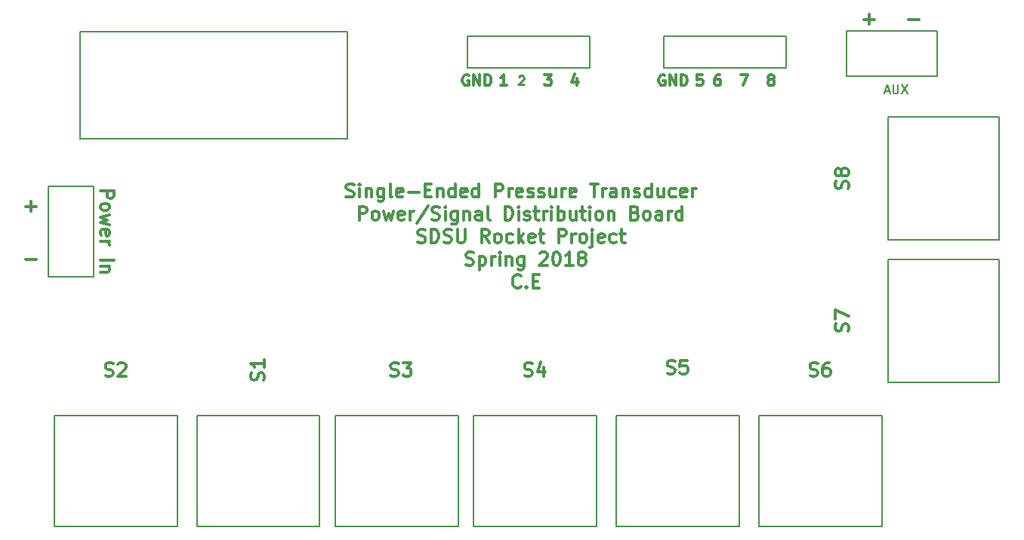
<source format=gto>
G04 #@! TF.FileFunction,Legend,Top*
%FSLAX46Y46*%
G04 Gerber Fmt 4.6, Leading zero omitted, Abs format (unit mm)*
G04 Created by KiCad (PCBNEW 4.0.7-e2-6376~58~ubuntu16.04.1) date Mon Apr  9 08:03:59 2018*
%MOMM*%
%LPD*%
G01*
G04 APERTURE LIST*
%ADD10C,0.100000*%
%ADD11C,0.300000*%
%ADD12C,0.250000*%
%ADD13C,0.150000*%
G04 APERTURE END LIST*
D10*
D11*
X152428572Y-69107143D02*
X153571429Y-69107143D01*
X147428572Y-69107143D02*
X148571429Y-69107143D01*
X148000000Y-69678571D02*
X148000000Y-68535714D01*
X89357144Y-89007143D02*
X89571430Y-89078571D01*
X89928573Y-89078571D01*
X90071430Y-89007143D01*
X90142859Y-88935714D01*
X90214287Y-88792857D01*
X90214287Y-88650000D01*
X90142859Y-88507143D01*
X90071430Y-88435714D01*
X89928573Y-88364286D01*
X89642859Y-88292857D01*
X89500001Y-88221429D01*
X89428573Y-88150000D01*
X89357144Y-88007143D01*
X89357144Y-87864286D01*
X89428573Y-87721429D01*
X89500001Y-87650000D01*
X89642859Y-87578571D01*
X90000001Y-87578571D01*
X90214287Y-87650000D01*
X90857144Y-89078571D02*
X90857144Y-88078571D01*
X90857144Y-87578571D02*
X90785715Y-87650000D01*
X90857144Y-87721429D01*
X90928572Y-87650000D01*
X90857144Y-87578571D01*
X90857144Y-87721429D01*
X91571430Y-88078571D02*
X91571430Y-89078571D01*
X91571430Y-88221429D02*
X91642858Y-88150000D01*
X91785716Y-88078571D01*
X92000001Y-88078571D01*
X92142858Y-88150000D01*
X92214287Y-88292857D01*
X92214287Y-89078571D01*
X93571430Y-88078571D02*
X93571430Y-89292857D01*
X93500001Y-89435714D01*
X93428573Y-89507143D01*
X93285716Y-89578571D01*
X93071430Y-89578571D01*
X92928573Y-89507143D01*
X93571430Y-89007143D02*
X93428573Y-89078571D01*
X93142859Y-89078571D01*
X93000001Y-89007143D01*
X92928573Y-88935714D01*
X92857144Y-88792857D01*
X92857144Y-88364286D01*
X92928573Y-88221429D01*
X93000001Y-88150000D01*
X93142859Y-88078571D01*
X93428573Y-88078571D01*
X93571430Y-88150000D01*
X94500002Y-89078571D02*
X94357144Y-89007143D01*
X94285716Y-88864286D01*
X94285716Y-87578571D01*
X95642858Y-89007143D02*
X95500001Y-89078571D01*
X95214287Y-89078571D01*
X95071430Y-89007143D01*
X95000001Y-88864286D01*
X95000001Y-88292857D01*
X95071430Y-88150000D01*
X95214287Y-88078571D01*
X95500001Y-88078571D01*
X95642858Y-88150000D01*
X95714287Y-88292857D01*
X95714287Y-88435714D01*
X95000001Y-88578571D01*
X96357144Y-88507143D02*
X97500001Y-88507143D01*
X98214287Y-88292857D02*
X98714287Y-88292857D01*
X98928573Y-89078571D02*
X98214287Y-89078571D01*
X98214287Y-87578571D01*
X98928573Y-87578571D01*
X99571430Y-88078571D02*
X99571430Y-89078571D01*
X99571430Y-88221429D02*
X99642858Y-88150000D01*
X99785716Y-88078571D01*
X100000001Y-88078571D01*
X100142858Y-88150000D01*
X100214287Y-88292857D01*
X100214287Y-89078571D01*
X101571430Y-89078571D02*
X101571430Y-87578571D01*
X101571430Y-89007143D02*
X101428573Y-89078571D01*
X101142859Y-89078571D01*
X101000001Y-89007143D01*
X100928573Y-88935714D01*
X100857144Y-88792857D01*
X100857144Y-88364286D01*
X100928573Y-88221429D01*
X101000001Y-88150000D01*
X101142859Y-88078571D01*
X101428573Y-88078571D01*
X101571430Y-88150000D01*
X102857144Y-89007143D02*
X102714287Y-89078571D01*
X102428573Y-89078571D01*
X102285716Y-89007143D01*
X102214287Y-88864286D01*
X102214287Y-88292857D01*
X102285716Y-88150000D01*
X102428573Y-88078571D01*
X102714287Y-88078571D01*
X102857144Y-88150000D01*
X102928573Y-88292857D01*
X102928573Y-88435714D01*
X102214287Y-88578571D01*
X104214287Y-89078571D02*
X104214287Y-87578571D01*
X104214287Y-89007143D02*
X104071430Y-89078571D01*
X103785716Y-89078571D01*
X103642858Y-89007143D01*
X103571430Y-88935714D01*
X103500001Y-88792857D01*
X103500001Y-88364286D01*
X103571430Y-88221429D01*
X103642858Y-88150000D01*
X103785716Y-88078571D01*
X104071430Y-88078571D01*
X104214287Y-88150000D01*
X106071430Y-89078571D02*
X106071430Y-87578571D01*
X106642858Y-87578571D01*
X106785716Y-87650000D01*
X106857144Y-87721429D01*
X106928573Y-87864286D01*
X106928573Y-88078571D01*
X106857144Y-88221429D01*
X106785716Y-88292857D01*
X106642858Y-88364286D01*
X106071430Y-88364286D01*
X107571430Y-89078571D02*
X107571430Y-88078571D01*
X107571430Y-88364286D02*
X107642858Y-88221429D01*
X107714287Y-88150000D01*
X107857144Y-88078571D01*
X108000001Y-88078571D01*
X109071429Y-89007143D02*
X108928572Y-89078571D01*
X108642858Y-89078571D01*
X108500001Y-89007143D01*
X108428572Y-88864286D01*
X108428572Y-88292857D01*
X108500001Y-88150000D01*
X108642858Y-88078571D01*
X108928572Y-88078571D01*
X109071429Y-88150000D01*
X109142858Y-88292857D01*
X109142858Y-88435714D01*
X108428572Y-88578571D01*
X109714286Y-89007143D02*
X109857143Y-89078571D01*
X110142858Y-89078571D01*
X110285715Y-89007143D01*
X110357143Y-88864286D01*
X110357143Y-88792857D01*
X110285715Y-88650000D01*
X110142858Y-88578571D01*
X109928572Y-88578571D01*
X109785715Y-88507143D01*
X109714286Y-88364286D01*
X109714286Y-88292857D01*
X109785715Y-88150000D01*
X109928572Y-88078571D01*
X110142858Y-88078571D01*
X110285715Y-88150000D01*
X110928572Y-89007143D02*
X111071429Y-89078571D01*
X111357144Y-89078571D01*
X111500001Y-89007143D01*
X111571429Y-88864286D01*
X111571429Y-88792857D01*
X111500001Y-88650000D01*
X111357144Y-88578571D01*
X111142858Y-88578571D01*
X111000001Y-88507143D01*
X110928572Y-88364286D01*
X110928572Y-88292857D01*
X111000001Y-88150000D01*
X111142858Y-88078571D01*
X111357144Y-88078571D01*
X111500001Y-88150000D01*
X112857144Y-88078571D02*
X112857144Y-89078571D01*
X112214287Y-88078571D02*
X112214287Y-88864286D01*
X112285715Y-89007143D01*
X112428573Y-89078571D01*
X112642858Y-89078571D01*
X112785715Y-89007143D01*
X112857144Y-88935714D01*
X113571430Y-89078571D02*
X113571430Y-88078571D01*
X113571430Y-88364286D02*
X113642858Y-88221429D01*
X113714287Y-88150000D01*
X113857144Y-88078571D01*
X114000001Y-88078571D01*
X115071429Y-89007143D02*
X114928572Y-89078571D01*
X114642858Y-89078571D01*
X114500001Y-89007143D01*
X114428572Y-88864286D01*
X114428572Y-88292857D01*
X114500001Y-88150000D01*
X114642858Y-88078571D01*
X114928572Y-88078571D01*
X115071429Y-88150000D01*
X115142858Y-88292857D01*
X115142858Y-88435714D01*
X114428572Y-88578571D01*
X116714286Y-87578571D02*
X117571429Y-87578571D01*
X117142858Y-89078571D02*
X117142858Y-87578571D01*
X118071429Y-89078571D02*
X118071429Y-88078571D01*
X118071429Y-88364286D02*
X118142857Y-88221429D01*
X118214286Y-88150000D01*
X118357143Y-88078571D01*
X118500000Y-88078571D01*
X119642857Y-89078571D02*
X119642857Y-88292857D01*
X119571428Y-88150000D01*
X119428571Y-88078571D01*
X119142857Y-88078571D01*
X119000000Y-88150000D01*
X119642857Y-89007143D02*
X119500000Y-89078571D01*
X119142857Y-89078571D01*
X119000000Y-89007143D01*
X118928571Y-88864286D01*
X118928571Y-88721429D01*
X119000000Y-88578571D01*
X119142857Y-88507143D01*
X119500000Y-88507143D01*
X119642857Y-88435714D01*
X120357143Y-88078571D02*
X120357143Y-89078571D01*
X120357143Y-88221429D02*
X120428571Y-88150000D01*
X120571429Y-88078571D01*
X120785714Y-88078571D01*
X120928571Y-88150000D01*
X121000000Y-88292857D01*
X121000000Y-89078571D01*
X121642857Y-89007143D02*
X121785714Y-89078571D01*
X122071429Y-89078571D01*
X122214286Y-89007143D01*
X122285714Y-88864286D01*
X122285714Y-88792857D01*
X122214286Y-88650000D01*
X122071429Y-88578571D01*
X121857143Y-88578571D01*
X121714286Y-88507143D01*
X121642857Y-88364286D01*
X121642857Y-88292857D01*
X121714286Y-88150000D01*
X121857143Y-88078571D01*
X122071429Y-88078571D01*
X122214286Y-88150000D01*
X123571429Y-89078571D02*
X123571429Y-87578571D01*
X123571429Y-89007143D02*
X123428572Y-89078571D01*
X123142858Y-89078571D01*
X123000000Y-89007143D01*
X122928572Y-88935714D01*
X122857143Y-88792857D01*
X122857143Y-88364286D01*
X122928572Y-88221429D01*
X123000000Y-88150000D01*
X123142858Y-88078571D01*
X123428572Y-88078571D01*
X123571429Y-88150000D01*
X124928572Y-88078571D02*
X124928572Y-89078571D01*
X124285715Y-88078571D02*
X124285715Y-88864286D01*
X124357143Y-89007143D01*
X124500001Y-89078571D01*
X124714286Y-89078571D01*
X124857143Y-89007143D01*
X124928572Y-88935714D01*
X126285715Y-89007143D02*
X126142858Y-89078571D01*
X125857144Y-89078571D01*
X125714286Y-89007143D01*
X125642858Y-88935714D01*
X125571429Y-88792857D01*
X125571429Y-88364286D01*
X125642858Y-88221429D01*
X125714286Y-88150000D01*
X125857144Y-88078571D01*
X126142858Y-88078571D01*
X126285715Y-88150000D01*
X127500000Y-89007143D02*
X127357143Y-89078571D01*
X127071429Y-89078571D01*
X126928572Y-89007143D01*
X126857143Y-88864286D01*
X126857143Y-88292857D01*
X126928572Y-88150000D01*
X127071429Y-88078571D01*
X127357143Y-88078571D01*
X127500000Y-88150000D01*
X127571429Y-88292857D01*
X127571429Y-88435714D01*
X126857143Y-88578571D01*
X128214286Y-89078571D02*
X128214286Y-88078571D01*
X128214286Y-88364286D02*
X128285714Y-88221429D01*
X128357143Y-88150000D01*
X128500000Y-88078571D01*
X128642857Y-88078571D01*
X90821428Y-91628571D02*
X90821428Y-90128571D01*
X91392856Y-90128571D01*
X91535714Y-90200000D01*
X91607142Y-90271429D01*
X91678571Y-90414286D01*
X91678571Y-90628571D01*
X91607142Y-90771429D01*
X91535714Y-90842857D01*
X91392856Y-90914286D01*
X90821428Y-90914286D01*
X92535714Y-91628571D02*
X92392856Y-91557143D01*
X92321428Y-91485714D01*
X92249999Y-91342857D01*
X92249999Y-90914286D01*
X92321428Y-90771429D01*
X92392856Y-90700000D01*
X92535714Y-90628571D01*
X92749999Y-90628571D01*
X92892856Y-90700000D01*
X92964285Y-90771429D01*
X93035714Y-90914286D01*
X93035714Y-91342857D01*
X92964285Y-91485714D01*
X92892856Y-91557143D01*
X92749999Y-91628571D01*
X92535714Y-91628571D01*
X93535714Y-90628571D02*
X93821428Y-91628571D01*
X94107142Y-90914286D01*
X94392857Y-91628571D01*
X94678571Y-90628571D01*
X95821428Y-91557143D02*
X95678571Y-91628571D01*
X95392857Y-91628571D01*
X95250000Y-91557143D01*
X95178571Y-91414286D01*
X95178571Y-90842857D01*
X95250000Y-90700000D01*
X95392857Y-90628571D01*
X95678571Y-90628571D01*
X95821428Y-90700000D01*
X95892857Y-90842857D01*
X95892857Y-90985714D01*
X95178571Y-91128571D01*
X96535714Y-91628571D02*
X96535714Y-90628571D01*
X96535714Y-90914286D02*
X96607142Y-90771429D01*
X96678571Y-90700000D01*
X96821428Y-90628571D01*
X96964285Y-90628571D01*
X98535713Y-90057143D02*
X97249999Y-91985714D01*
X98964285Y-91557143D02*
X99178571Y-91628571D01*
X99535714Y-91628571D01*
X99678571Y-91557143D01*
X99750000Y-91485714D01*
X99821428Y-91342857D01*
X99821428Y-91200000D01*
X99750000Y-91057143D01*
X99678571Y-90985714D01*
X99535714Y-90914286D01*
X99250000Y-90842857D01*
X99107142Y-90771429D01*
X99035714Y-90700000D01*
X98964285Y-90557143D01*
X98964285Y-90414286D01*
X99035714Y-90271429D01*
X99107142Y-90200000D01*
X99250000Y-90128571D01*
X99607142Y-90128571D01*
X99821428Y-90200000D01*
X100464285Y-91628571D02*
X100464285Y-90628571D01*
X100464285Y-90128571D02*
X100392856Y-90200000D01*
X100464285Y-90271429D01*
X100535713Y-90200000D01*
X100464285Y-90128571D01*
X100464285Y-90271429D01*
X101821428Y-90628571D02*
X101821428Y-91842857D01*
X101749999Y-91985714D01*
X101678571Y-92057143D01*
X101535714Y-92128571D01*
X101321428Y-92128571D01*
X101178571Y-92057143D01*
X101821428Y-91557143D02*
X101678571Y-91628571D01*
X101392857Y-91628571D01*
X101249999Y-91557143D01*
X101178571Y-91485714D01*
X101107142Y-91342857D01*
X101107142Y-90914286D01*
X101178571Y-90771429D01*
X101249999Y-90700000D01*
X101392857Y-90628571D01*
X101678571Y-90628571D01*
X101821428Y-90700000D01*
X102535714Y-90628571D02*
X102535714Y-91628571D01*
X102535714Y-90771429D02*
X102607142Y-90700000D01*
X102750000Y-90628571D01*
X102964285Y-90628571D01*
X103107142Y-90700000D01*
X103178571Y-90842857D01*
X103178571Y-91628571D01*
X104535714Y-91628571D02*
X104535714Y-90842857D01*
X104464285Y-90700000D01*
X104321428Y-90628571D01*
X104035714Y-90628571D01*
X103892857Y-90700000D01*
X104535714Y-91557143D02*
X104392857Y-91628571D01*
X104035714Y-91628571D01*
X103892857Y-91557143D01*
X103821428Y-91414286D01*
X103821428Y-91271429D01*
X103892857Y-91128571D01*
X104035714Y-91057143D01*
X104392857Y-91057143D01*
X104535714Y-90985714D01*
X105464286Y-91628571D02*
X105321428Y-91557143D01*
X105250000Y-91414286D01*
X105250000Y-90128571D01*
X107178571Y-91628571D02*
X107178571Y-90128571D01*
X107535714Y-90128571D01*
X107749999Y-90200000D01*
X107892857Y-90342857D01*
X107964285Y-90485714D01*
X108035714Y-90771429D01*
X108035714Y-90985714D01*
X107964285Y-91271429D01*
X107892857Y-91414286D01*
X107749999Y-91557143D01*
X107535714Y-91628571D01*
X107178571Y-91628571D01*
X108678571Y-91628571D02*
X108678571Y-90628571D01*
X108678571Y-90128571D02*
X108607142Y-90200000D01*
X108678571Y-90271429D01*
X108749999Y-90200000D01*
X108678571Y-90128571D01*
X108678571Y-90271429D01*
X109321428Y-91557143D02*
X109464285Y-91628571D01*
X109750000Y-91628571D01*
X109892857Y-91557143D01*
X109964285Y-91414286D01*
X109964285Y-91342857D01*
X109892857Y-91200000D01*
X109750000Y-91128571D01*
X109535714Y-91128571D01*
X109392857Y-91057143D01*
X109321428Y-90914286D01*
X109321428Y-90842857D01*
X109392857Y-90700000D01*
X109535714Y-90628571D01*
X109750000Y-90628571D01*
X109892857Y-90700000D01*
X110392857Y-90628571D02*
X110964286Y-90628571D01*
X110607143Y-90128571D02*
X110607143Y-91414286D01*
X110678571Y-91557143D01*
X110821429Y-91628571D01*
X110964286Y-91628571D01*
X111464286Y-91628571D02*
X111464286Y-90628571D01*
X111464286Y-90914286D02*
X111535714Y-90771429D01*
X111607143Y-90700000D01*
X111750000Y-90628571D01*
X111892857Y-90628571D01*
X112392857Y-91628571D02*
X112392857Y-90628571D01*
X112392857Y-90128571D02*
X112321428Y-90200000D01*
X112392857Y-90271429D01*
X112464285Y-90200000D01*
X112392857Y-90128571D01*
X112392857Y-90271429D01*
X113107143Y-91628571D02*
X113107143Y-90128571D01*
X113107143Y-90700000D02*
X113250000Y-90628571D01*
X113535714Y-90628571D01*
X113678571Y-90700000D01*
X113750000Y-90771429D01*
X113821429Y-90914286D01*
X113821429Y-91342857D01*
X113750000Y-91485714D01*
X113678571Y-91557143D01*
X113535714Y-91628571D01*
X113250000Y-91628571D01*
X113107143Y-91557143D01*
X115107143Y-90628571D02*
X115107143Y-91628571D01*
X114464286Y-90628571D02*
X114464286Y-91414286D01*
X114535714Y-91557143D01*
X114678572Y-91628571D01*
X114892857Y-91628571D01*
X115035714Y-91557143D01*
X115107143Y-91485714D01*
X115607143Y-90628571D02*
X116178572Y-90628571D01*
X115821429Y-90128571D02*
X115821429Y-91414286D01*
X115892857Y-91557143D01*
X116035715Y-91628571D01*
X116178572Y-91628571D01*
X116678572Y-91628571D02*
X116678572Y-90628571D01*
X116678572Y-90128571D02*
X116607143Y-90200000D01*
X116678572Y-90271429D01*
X116750000Y-90200000D01*
X116678572Y-90128571D01*
X116678572Y-90271429D01*
X117607144Y-91628571D02*
X117464286Y-91557143D01*
X117392858Y-91485714D01*
X117321429Y-91342857D01*
X117321429Y-90914286D01*
X117392858Y-90771429D01*
X117464286Y-90700000D01*
X117607144Y-90628571D01*
X117821429Y-90628571D01*
X117964286Y-90700000D01*
X118035715Y-90771429D01*
X118107144Y-90914286D01*
X118107144Y-91342857D01*
X118035715Y-91485714D01*
X117964286Y-91557143D01*
X117821429Y-91628571D01*
X117607144Y-91628571D01*
X118750001Y-90628571D02*
X118750001Y-91628571D01*
X118750001Y-90771429D02*
X118821429Y-90700000D01*
X118964287Y-90628571D01*
X119178572Y-90628571D01*
X119321429Y-90700000D01*
X119392858Y-90842857D01*
X119392858Y-91628571D01*
X121750001Y-90842857D02*
X121964287Y-90914286D01*
X122035715Y-90985714D01*
X122107144Y-91128571D01*
X122107144Y-91342857D01*
X122035715Y-91485714D01*
X121964287Y-91557143D01*
X121821429Y-91628571D01*
X121250001Y-91628571D01*
X121250001Y-90128571D01*
X121750001Y-90128571D01*
X121892858Y-90200000D01*
X121964287Y-90271429D01*
X122035715Y-90414286D01*
X122035715Y-90557143D01*
X121964287Y-90700000D01*
X121892858Y-90771429D01*
X121750001Y-90842857D01*
X121250001Y-90842857D01*
X122964287Y-91628571D02*
X122821429Y-91557143D01*
X122750001Y-91485714D01*
X122678572Y-91342857D01*
X122678572Y-90914286D01*
X122750001Y-90771429D01*
X122821429Y-90700000D01*
X122964287Y-90628571D01*
X123178572Y-90628571D01*
X123321429Y-90700000D01*
X123392858Y-90771429D01*
X123464287Y-90914286D01*
X123464287Y-91342857D01*
X123392858Y-91485714D01*
X123321429Y-91557143D01*
X123178572Y-91628571D01*
X122964287Y-91628571D01*
X124750001Y-91628571D02*
X124750001Y-90842857D01*
X124678572Y-90700000D01*
X124535715Y-90628571D01*
X124250001Y-90628571D01*
X124107144Y-90700000D01*
X124750001Y-91557143D02*
X124607144Y-91628571D01*
X124250001Y-91628571D01*
X124107144Y-91557143D01*
X124035715Y-91414286D01*
X124035715Y-91271429D01*
X124107144Y-91128571D01*
X124250001Y-91057143D01*
X124607144Y-91057143D01*
X124750001Y-90985714D01*
X125464287Y-91628571D02*
X125464287Y-90628571D01*
X125464287Y-90914286D02*
X125535715Y-90771429D01*
X125607144Y-90700000D01*
X125750001Y-90628571D01*
X125892858Y-90628571D01*
X127035715Y-91628571D02*
X127035715Y-90128571D01*
X127035715Y-91557143D02*
X126892858Y-91628571D01*
X126607144Y-91628571D01*
X126464286Y-91557143D01*
X126392858Y-91485714D01*
X126321429Y-91342857D01*
X126321429Y-90914286D01*
X126392858Y-90771429D01*
X126464286Y-90700000D01*
X126607144Y-90628571D01*
X126892858Y-90628571D01*
X127035715Y-90700000D01*
X97392858Y-94107143D02*
X97607144Y-94178571D01*
X97964287Y-94178571D01*
X98107144Y-94107143D01*
X98178573Y-94035714D01*
X98250001Y-93892857D01*
X98250001Y-93750000D01*
X98178573Y-93607143D01*
X98107144Y-93535714D01*
X97964287Y-93464286D01*
X97678573Y-93392857D01*
X97535715Y-93321429D01*
X97464287Y-93250000D01*
X97392858Y-93107143D01*
X97392858Y-92964286D01*
X97464287Y-92821429D01*
X97535715Y-92750000D01*
X97678573Y-92678571D01*
X98035715Y-92678571D01*
X98250001Y-92750000D01*
X98892858Y-94178571D02*
X98892858Y-92678571D01*
X99250001Y-92678571D01*
X99464286Y-92750000D01*
X99607144Y-92892857D01*
X99678572Y-93035714D01*
X99750001Y-93321429D01*
X99750001Y-93535714D01*
X99678572Y-93821429D01*
X99607144Y-93964286D01*
X99464286Y-94107143D01*
X99250001Y-94178571D01*
X98892858Y-94178571D01*
X100321429Y-94107143D02*
X100535715Y-94178571D01*
X100892858Y-94178571D01*
X101035715Y-94107143D01*
X101107144Y-94035714D01*
X101178572Y-93892857D01*
X101178572Y-93750000D01*
X101107144Y-93607143D01*
X101035715Y-93535714D01*
X100892858Y-93464286D01*
X100607144Y-93392857D01*
X100464286Y-93321429D01*
X100392858Y-93250000D01*
X100321429Y-93107143D01*
X100321429Y-92964286D01*
X100392858Y-92821429D01*
X100464286Y-92750000D01*
X100607144Y-92678571D01*
X100964286Y-92678571D01*
X101178572Y-92750000D01*
X101821429Y-92678571D02*
X101821429Y-93892857D01*
X101892857Y-94035714D01*
X101964286Y-94107143D01*
X102107143Y-94178571D01*
X102392857Y-94178571D01*
X102535715Y-94107143D01*
X102607143Y-94035714D01*
X102678572Y-93892857D01*
X102678572Y-92678571D01*
X105392858Y-94178571D02*
X104892858Y-93464286D01*
X104535715Y-94178571D02*
X104535715Y-92678571D01*
X105107143Y-92678571D01*
X105250001Y-92750000D01*
X105321429Y-92821429D01*
X105392858Y-92964286D01*
X105392858Y-93178571D01*
X105321429Y-93321429D01*
X105250001Y-93392857D01*
X105107143Y-93464286D01*
X104535715Y-93464286D01*
X106250001Y-94178571D02*
X106107143Y-94107143D01*
X106035715Y-94035714D01*
X105964286Y-93892857D01*
X105964286Y-93464286D01*
X106035715Y-93321429D01*
X106107143Y-93250000D01*
X106250001Y-93178571D01*
X106464286Y-93178571D01*
X106607143Y-93250000D01*
X106678572Y-93321429D01*
X106750001Y-93464286D01*
X106750001Y-93892857D01*
X106678572Y-94035714D01*
X106607143Y-94107143D01*
X106464286Y-94178571D01*
X106250001Y-94178571D01*
X108035715Y-94107143D02*
X107892858Y-94178571D01*
X107607144Y-94178571D01*
X107464286Y-94107143D01*
X107392858Y-94035714D01*
X107321429Y-93892857D01*
X107321429Y-93464286D01*
X107392858Y-93321429D01*
X107464286Y-93250000D01*
X107607144Y-93178571D01*
X107892858Y-93178571D01*
X108035715Y-93250000D01*
X108678572Y-94178571D02*
X108678572Y-92678571D01*
X108821429Y-93607143D02*
X109250000Y-94178571D01*
X109250000Y-93178571D02*
X108678572Y-93750000D01*
X110464286Y-94107143D02*
X110321429Y-94178571D01*
X110035715Y-94178571D01*
X109892858Y-94107143D01*
X109821429Y-93964286D01*
X109821429Y-93392857D01*
X109892858Y-93250000D01*
X110035715Y-93178571D01*
X110321429Y-93178571D01*
X110464286Y-93250000D01*
X110535715Y-93392857D01*
X110535715Y-93535714D01*
X109821429Y-93678571D01*
X110964286Y-93178571D02*
X111535715Y-93178571D01*
X111178572Y-92678571D02*
X111178572Y-93964286D01*
X111250000Y-94107143D01*
X111392858Y-94178571D01*
X111535715Y-94178571D01*
X113178572Y-94178571D02*
X113178572Y-92678571D01*
X113750000Y-92678571D01*
X113892858Y-92750000D01*
X113964286Y-92821429D01*
X114035715Y-92964286D01*
X114035715Y-93178571D01*
X113964286Y-93321429D01*
X113892858Y-93392857D01*
X113750000Y-93464286D01*
X113178572Y-93464286D01*
X114678572Y-94178571D02*
X114678572Y-93178571D01*
X114678572Y-93464286D02*
X114750000Y-93321429D01*
X114821429Y-93250000D01*
X114964286Y-93178571D01*
X115107143Y-93178571D01*
X115821429Y-94178571D02*
X115678571Y-94107143D01*
X115607143Y-94035714D01*
X115535714Y-93892857D01*
X115535714Y-93464286D01*
X115607143Y-93321429D01*
X115678571Y-93250000D01*
X115821429Y-93178571D01*
X116035714Y-93178571D01*
X116178571Y-93250000D01*
X116250000Y-93321429D01*
X116321429Y-93464286D01*
X116321429Y-93892857D01*
X116250000Y-94035714D01*
X116178571Y-94107143D01*
X116035714Y-94178571D01*
X115821429Y-94178571D01*
X116964286Y-93178571D02*
X116964286Y-94464286D01*
X116892857Y-94607143D01*
X116750000Y-94678571D01*
X116678572Y-94678571D01*
X116964286Y-92678571D02*
X116892857Y-92750000D01*
X116964286Y-92821429D01*
X117035714Y-92750000D01*
X116964286Y-92678571D01*
X116964286Y-92821429D01*
X118250000Y-94107143D02*
X118107143Y-94178571D01*
X117821429Y-94178571D01*
X117678572Y-94107143D01*
X117607143Y-93964286D01*
X117607143Y-93392857D01*
X117678572Y-93250000D01*
X117821429Y-93178571D01*
X118107143Y-93178571D01*
X118250000Y-93250000D01*
X118321429Y-93392857D01*
X118321429Y-93535714D01*
X117607143Y-93678571D01*
X119607143Y-94107143D02*
X119464286Y-94178571D01*
X119178572Y-94178571D01*
X119035714Y-94107143D01*
X118964286Y-94035714D01*
X118892857Y-93892857D01*
X118892857Y-93464286D01*
X118964286Y-93321429D01*
X119035714Y-93250000D01*
X119178572Y-93178571D01*
X119464286Y-93178571D01*
X119607143Y-93250000D01*
X120035714Y-93178571D02*
X120607143Y-93178571D01*
X120250000Y-92678571D02*
X120250000Y-93964286D01*
X120321428Y-94107143D01*
X120464286Y-94178571D01*
X120607143Y-94178571D01*
X102785715Y-96657143D02*
X103000001Y-96728571D01*
X103357144Y-96728571D01*
X103500001Y-96657143D01*
X103571430Y-96585714D01*
X103642858Y-96442857D01*
X103642858Y-96300000D01*
X103571430Y-96157143D01*
X103500001Y-96085714D01*
X103357144Y-96014286D01*
X103071430Y-95942857D01*
X102928572Y-95871429D01*
X102857144Y-95800000D01*
X102785715Y-95657143D01*
X102785715Y-95514286D01*
X102857144Y-95371429D01*
X102928572Y-95300000D01*
X103071430Y-95228571D01*
X103428572Y-95228571D01*
X103642858Y-95300000D01*
X104285715Y-95728571D02*
X104285715Y-97228571D01*
X104285715Y-95800000D02*
X104428572Y-95728571D01*
X104714286Y-95728571D01*
X104857143Y-95800000D01*
X104928572Y-95871429D01*
X105000001Y-96014286D01*
X105000001Y-96442857D01*
X104928572Y-96585714D01*
X104857143Y-96657143D01*
X104714286Y-96728571D01*
X104428572Y-96728571D01*
X104285715Y-96657143D01*
X105642858Y-96728571D02*
X105642858Y-95728571D01*
X105642858Y-96014286D02*
X105714286Y-95871429D01*
X105785715Y-95800000D01*
X105928572Y-95728571D01*
X106071429Y-95728571D01*
X106571429Y-96728571D02*
X106571429Y-95728571D01*
X106571429Y-95228571D02*
X106500000Y-95300000D01*
X106571429Y-95371429D01*
X106642857Y-95300000D01*
X106571429Y-95228571D01*
X106571429Y-95371429D01*
X107285715Y-95728571D02*
X107285715Y-96728571D01*
X107285715Y-95871429D02*
X107357143Y-95800000D01*
X107500001Y-95728571D01*
X107714286Y-95728571D01*
X107857143Y-95800000D01*
X107928572Y-95942857D01*
X107928572Y-96728571D01*
X109285715Y-95728571D02*
X109285715Y-96942857D01*
X109214286Y-97085714D01*
X109142858Y-97157143D01*
X109000001Y-97228571D01*
X108785715Y-97228571D01*
X108642858Y-97157143D01*
X109285715Y-96657143D02*
X109142858Y-96728571D01*
X108857144Y-96728571D01*
X108714286Y-96657143D01*
X108642858Y-96585714D01*
X108571429Y-96442857D01*
X108571429Y-96014286D01*
X108642858Y-95871429D01*
X108714286Y-95800000D01*
X108857144Y-95728571D01*
X109142858Y-95728571D01*
X109285715Y-95800000D01*
X111071429Y-95371429D02*
X111142858Y-95300000D01*
X111285715Y-95228571D01*
X111642858Y-95228571D01*
X111785715Y-95300000D01*
X111857144Y-95371429D01*
X111928572Y-95514286D01*
X111928572Y-95657143D01*
X111857144Y-95871429D01*
X111000001Y-96728571D01*
X111928572Y-96728571D01*
X112857143Y-95228571D02*
X113000000Y-95228571D01*
X113142857Y-95300000D01*
X113214286Y-95371429D01*
X113285715Y-95514286D01*
X113357143Y-95800000D01*
X113357143Y-96157143D01*
X113285715Y-96442857D01*
X113214286Y-96585714D01*
X113142857Y-96657143D01*
X113000000Y-96728571D01*
X112857143Y-96728571D01*
X112714286Y-96657143D01*
X112642857Y-96585714D01*
X112571429Y-96442857D01*
X112500000Y-96157143D01*
X112500000Y-95800000D01*
X112571429Y-95514286D01*
X112642857Y-95371429D01*
X112714286Y-95300000D01*
X112857143Y-95228571D01*
X114785714Y-96728571D02*
X113928571Y-96728571D01*
X114357143Y-96728571D02*
X114357143Y-95228571D01*
X114214286Y-95442857D01*
X114071428Y-95585714D01*
X113928571Y-95657143D01*
X115642857Y-95871429D02*
X115499999Y-95800000D01*
X115428571Y-95728571D01*
X115357142Y-95585714D01*
X115357142Y-95514286D01*
X115428571Y-95371429D01*
X115499999Y-95300000D01*
X115642857Y-95228571D01*
X115928571Y-95228571D01*
X116071428Y-95300000D01*
X116142857Y-95371429D01*
X116214285Y-95514286D01*
X116214285Y-95585714D01*
X116142857Y-95728571D01*
X116071428Y-95800000D01*
X115928571Y-95871429D01*
X115642857Y-95871429D01*
X115499999Y-95942857D01*
X115428571Y-96014286D01*
X115357142Y-96157143D01*
X115357142Y-96442857D01*
X115428571Y-96585714D01*
X115499999Y-96657143D01*
X115642857Y-96728571D01*
X115928571Y-96728571D01*
X116071428Y-96657143D01*
X116142857Y-96585714D01*
X116214285Y-96442857D01*
X116214285Y-96157143D01*
X116142857Y-96014286D01*
X116071428Y-95942857D01*
X115928571Y-95871429D01*
X108928572Y-99135714D02*
X108857143Y-99207143D01*
X108642857Y-99278571D01*
X108500000Y-99278571D01*
X108285715Y-99207143D01*
X108142857Y-99064286D01*
X108071429Y-98921429D01*
X108000000Y-98635714D01*
X108000000Y-98421429D01*
X108071429Y-98135714D01*
X108142857Y-97992857D01*
X108285715Y-97850000D01*
X108500000Y-97778571D01*
X108642857Y-97778571D01*
X108857143Y-97850000D01*
X108928572Y-97921429D01*
X109571429Y-99135714D02*
X109642857Y-99207143D01*
X109571429Y-99278571D01*
X109500000Y-99207143D01*
X109571429Y-99135714D01*
X109571429Y-99278571D01*
X110285715Y-98492857D02*
X110785715Y-98492857D01*
X111000001Y-99278571D02*
X110285715Y-99278571D01*
X110285715Y-97778571D01*
X111000001Y-97778571D01*
X53428572Y-96107143D02*
X54571429Y-96107143D01*
X53428572Y-90107143D02*
X54571429Y-90107143D01*
X54000000Y-90678571D02*
X54000000Y-89535714D01*
X136885715Y-75857143D02*
X136771429Y-75800000D01*
X136714286Y-75742857D01*
X136657143Y-75628571D01*
X136657143Y-75571429D01*
X136714286Y-75457143D01*
X136771429Y-75400000D01*
X136885715Y-75342857D01*
X137114286Y-75342857D01*
X137228572Y-75400000D01*
X137285715Y-75457143D01*
X137342858Y-75571429D01*
X137342858Y-75628571D01*
X137285715Y-75742857D01*
X137228572Y-75800000D01*
X137114286Y-75857143D01*
X136885715Y-75857143D01*
X136771429Y-75914286D01*
X136714286Y-75971429D01*
X136657143Y-76085714D01*
X136657143Y-76314286D01*
X136714286Y-76428571D01*
X136771429Y-76485714D01*
X136885715Y-76542857D01*
X137114286Y-76542857D01*
X137228572Y-76485714D01*
X137285715Y-76428571D01*
X137342858Y-76314286D01*
X137342858Y-76085714D01*
X137285715Y-75971429D01*
X137228572Y-75914286D01*
X137114286Y-75857143D01*
X133600001Y-75342857D02*
X134400001Y-75342857D01*
X133885715Y-76542857D01*
X131228572Y-75342857D02*
X131000001Y-75342857D01*
X130885715Y-75400000D01*
X130828572Y-75457143D01*
X130714286Y-75628571D01*
X130657143Y-75857143D01*
X130657143Y-76314286D01*
X130714286Y-76428571D01*
X130771429Y-76485714D01*
X130885715Y-76542857D01*
X131114286Y-76542857D01*
X131228572Y-76485714D01*
X131285715Y-76428571D01*
X131342858Y-76314286D01*
X131342858Y-76028571D01*
X131285715Y-75914286D01*
X131228572Y-75857143D01*
X131114286Y-75800000D01*
X130885715Y-75800000D01*
X130771429Y-75857143D01*
X130714286Y-75914286D01*
X130657143Y-76028571D01*
X129285715Y-75342857D02*
X128714286Y-75342857D01*
X128657143Y-75914286D01*
X128714286Y-75857143D01*
X128828572Y-75800000D01*
X129114286Y-75800000D01*
X129228572Y-75857143D01*
X129285715Y-75914286D01*
X129342858Y-76028571D01*
X129342858Y-76314286D01*
X129285715Y-76428571D01*
X129228572Y-76485714D01*
X129114286Y-76542857D01*
X128828572Y-76542857D01*
X128714286Y-76485714D01*
X128657143Y-76428571D01*
X125085715Y-75400000D02*
X124971429Y-75342857D01*
X124800000Y-75342857D01*
X124628572Y-75400000D01*
X124514286Y-75514286D01*
X124457143Y-75628571D01*
X124400000Y-75857143D01*
X124400000Y-76028571D01*
X124457143Y-76257143D01*
X124514286Y-76371429D01*
X124628572Y-76485714D01*
X124800000Y-76542857D01*
X124914286Y-76542857D01*
X125085715Y-76485714D01*
X125142858Y-76428571D01*
X125142858Y-76028571D01*
X124914286Y-76028571D01*
X125657143Y-76542857D02*
X125657143Y-75342857D01*
X126342858Y-76542857D01*
X126342858Y-75342857D01*
X126914286Y-76542857D02*
X126914286Y-75342857D01*
X127200001Y-75342857D01*
X127371429Y-75400000D01*
X127485715Y-75514286D01*
X127542858Y-75628571D01*
X127600001Y-75857143D01*
X127600001Y-76028571D01*
X127542858Y-76257143D01*
X127485715Y-76371429D01*
X127371429Y-76485714D01*
X127200001Y-76542857D01*
X126914286Y-76542857D01*
X103085715Y-75400000D02*
X102971429Y-75342857D01*
X102800000Y-75342857D01*
X102628572Y-75400000D01*
X102514286Y-75514286D01*
X102457143Y-75628571D01*
X102400000Y-75857143D01*
X102400000Y-76028571D01*
X102457143Y-76257143D01*
X102514286Y-76371429D01*
X102628572Y-76485714D01*
X102800000Y-76542857D01*
X102914286Y-76542857D01*
X103085715Y-76485714D01*
X103142858Y-76428571D01*
X103142858Y-76028571D01*
X102914286Y-76028571D01*
X103657143Y-76542857D02*
X103657143Y-75342857D01*
X104342858Y-76542857D01*
X104342858Y-75342857D01*
X104914286Y-76542857D02*
X104914286Y-75342857D01*
X105200001Y-75342857D01*
X105371429Y-75400000D01*
X105485715Y-75514286D01*
X105542858Y-75628571D01*
X105600001Y-75857143D01*
X105600001Y-76028571D01*
X105542858Y-76257143D01*
X105485715Y-76371429D01*
X105371429Y-76485714D01*
X105200001Y-76542857D01*
X104914286Y-76542857D01*
X115228572Y-75742857D02*
X115228572Y-76542857D01*
X114942858Y-75285714D02*
X114657143Y-76142857D01*
X115400001Y-76142857D01*
X111600001Y-75342857D02*
X112342858Y-75342857D01*
X111942858Y-75800000D01*
X112114286Y-75800000D01*
X112228572Y-75857143D01*
X112285715Y-75914286D01*
X112342858Y-76028571D01*
X112342858Y-76314286D01*
X112285715Y-76428571D01*
X112228572Y-76485714D01*
X112114286Y-76542857D01*
X111771429Y-76542857D01*
X111657143Y-76485714D01*
X111600001Y-76428571D01*
D12*
X108714286Y-75547619D02*
X108761905Y-75500000D01*
X108857143Y-75452381D01*
X109095239Y-75452381D01*
X109190477Y-75500000D01*
X109238096Y-75547619D01*
X109285715Y-75642857D01*
X109285715Y-75738095D01*
X109238096Y-75880952D01*
X108666667Y-76452381D01*
X109285715Y-76452381D01*
D11*
X107342858Y-76542857D02*
X106657143Y-76542857D01*
X107000001Y-76542857D02*
X107000001Y-75342857D01*
X106885715Y-75514286D01*
X106771429Y-75628571D01*
X106657143Y-75685714D01*
X145607143Y-88142857D02*
X145678571Y-87928571D01*
X145678571Y-87571428D01*
X145607143Y-87428571D01*
X145535714Y-87357142D01*
X145392857Y-87285714D01*
X145250000Y-87285714D01*
X145107143Y-87357142D01*
X145035714Y-87428571D01*
X144964286Y-87571428D01*
X144892857Y-87857142D01*
X144821429Y-88000000D01*
X144750000Y-88071428D01*
X144607143Y-88142857D01*
X144464286Y-88142857D01*
X144321429Y-88071428D01*
X144250000Y-88000000D01*
X144178571Y-87857142D01*
X144178571Y-87500000D01*
X144250000Y-87285714D01*
X144821429Y-86428571D02*
X144750000Y-86571429D01*
X144678571Y-86642857D01*
X144535714Y-86714286D01*
X144464286Y-86714286D01*
X144321429Y-86642857D01*
X144250000Y-86571429D01*
X144178571Y-86428571D01*
X144178571Y-86142857D01*
X144250000Y-86000000D01*
X144321429Y-85928571D01*
X144464286Y-85857143D01*
X144535714Y-85857143D01*
X144678571Y-85928571D01*
X144750000Y-86000000D01*
X144821429Y-86142857D01*
X144821429Y-86428571D01*
X144892857Y-86571429D01*
X144964286Y-86642857D01*
X145107143Y-86714286D01*
X145392857Y-86714286D01*
X145535714Y-86642857D01*
X145607143Y-86571429D01*
X145678571Y-86428571D01*
X145678571Y-86142857D01*
X145607143Y-86000000D01*
X145535714Y-85928571D01*
X145392857Y-85857143D01*
X145107143Y-85857143D01*
X144964286Y-85928571D01*
X144892857Y-86000000D01*
X144821429Y-86142857D01*
X145607143Y-104142857D02*
X145678571Y-103928571D01*
X145678571Y-103571428D01*
X145607143Y-103428571D01*
X145535714Y-103357142D01*
X145392857Y-103285714D01*
X145250000Y-103285714D01*
X145107143Y-103357142D01*
X145035714Y-103428571D01*
X144964286Y-103571428D01*
X144892857Y-103857142D01*
X144821429Y-104000000D01*
X144750000Y-104071428D01*
X144607143Y-104142857D01*
X144464286Y-104142857D01*
X144321429Y-104071428D01*
X144250000Y-104000000D01*
X144178571Y-103857142D01*
X144178571Y-103500000D01*
X144250000Y-103285714D01*
X144178571Y-102785714D02*
X144178571Y-101785714D01*
X145678571Y-102428571D01*
X141357143Y-109107143D02*
X141571429Y-109178571D01*
X141928572Y-109178571D01*
X142071429Y-109107143D01*
X142142858Y-109035714D01*
X142214286Y-108892857D01*
X142214286Y-108750000D01*
X142142858Y-108607143D01*
X142071429Y-108535714D01*
X141928572Y-108464286D01*
X141642858Y-108392857D01*
X141500000Y-108321429D01*
X141428572Y-108250000D01*
X141357143Y-108107143D01*
X141357143Y-107964286D01*
X141428572Y-107821429D01*
X141500000Y-107750000D01*
X141642858Y-107678571D01*
X142000000Y-107678571D01*
X142214286Y-107750000D01*
X143500000Y-107678571D02*
X143214286Y-107678571D01*
X143071429Y-107750000D01*
X143000000Y-107821429D01*
X142857143Y-108035714D01*
X142785714Y-108321429D01*
X142785714Y-108892857D01*
X142857143Y-109035714D01*
X142928571Y-109107143D01*
X143071429Y-109178571D01*
X143357143Y-109178571D01*
X143500000Y-109107143D01*
X143571429Y-109035714D01*
X143642857Y-108892857D01*
X143642857Y-108535714D01*
X143571429Y-108392857D01*
X143500000Y-108321429D01*
X143357143Y-108250000D01*
X143071429Y-108250000D01*
X142928571Y-108321429D01*
X142857143Y-108392857D01*
X142785714Y-108535714D01*
X125357143Y-108832143D02*
X125571429Y-108903571D01*
X125928572Y-108903571D01*
X126071429Y-108832143D01*
X126142858Y-108760714D01*
X126214286Y-108617857D01*
X126214286Y-108475000D01*
X126142858Y-108332143D01*
X126071429Y-108260714D01*
X125928572Y-108189286D01*
X125642858Y-108117857D01*
X125500000Y-108046429D01*
X125428572Y-107975000D01*
X125357143Y-107832143D01*
X125357143Y-107689286D01*
X125428572Y-107546429D01*
X125500000Y-107475000D01*
X125642858Y-107403571D01*
X126000000Y-107403571D01*
X126214286Y-107475000D01*
X127571429Y-107403571D02*
X126857143Y-107403571D01*
X126785714Y-108117857D01*
X126857143Y-108046429D01*
X127000000Y-107975000D01*
X127357143Y-107975000D01*
X127500000Y-108046429D01*
X127571429Y-108117857D01*
X127642857Y-108260714D01*
X127642857Y-108617857D01*
X127571429Y-108760714D01*
X127500000Y-108832143D01*
X127357143Y-108903571D01*
X127000000Y-108903571D01*
X126857143Y-108832143D01*
X126785714Y-108760714D01*
X109357143Y-109107143D02*
X109571429Y-109178571D01*
X109928572Y-109178571D01*
X110071429Y-109107143D01*
X110142858Y-109035714D01*
X110214286Y-108892857D01*
X110214286Y-108750000D01*
X110142858Y-108607143D01*
X110071429Y-108535714D01*
X109928572Y-108464286D01*
X109642858Y-108392857D01*
X109500000Y-108321429D01*
X109428572Y-108250000D01*
X109357143Y-108107143D01*
X109357143Y-107964286D01*
X109428572Y-107821429D01*
X109500000Y-107750000D01*
X109642858Y-107678571D01*
X110000000Y-107678571D01*
X110214286Y-107750000D01*
X111500000Y-108178571D02*
X111500000Y-109178571D01*
X111142857Y-107607143D02*
X110785714Y-108678571D01*
X111714286Y-108678571D01*
X94357143Y-109107143D02*
X94571429Y-109178571D01*
X94928572Y-109178571D01*
X95071429Y-109107143D01*
X95142858Y-109035714D01*
X95214286Y-108892857D01*
X95214286Y-108750000D01*
X95142858Y-108607143D01*
X95071429Y-108535714D01*
X94928572Y-108464286D01*
X94642858Y-108392857D01*
X94500000Y-108321429D01*
X94428572Y-108250000D01*
X94357143Y-108107143D01*
X94357143Y-107964286D01*
X94428572Y-107821429D01*
X94500000Y-107750000D01*
X94642858Y-107678571D01*
X95000000Y-107678571D01*
X95214286Y-107750000D01*
X95714286Y-107678571D02*
X96642857Y-107678571D01*
X96142857Y-108250000D01*
X96357143Y-108250000D01*
X96500000Y-108321429D01*
X96571429Y-108392857D01*
X96642857Y-108535714D01*
X96642857Y-108892857D01*
X96571429Y-109035714D01*
X96500000Y-109107143D01*
X96357143Y-109178571D01*
X95928571Y-109178571D01*
X95785714Y-109107143D01*
X95714286Y-109035714D01*
X62357143Y-109107143D02*
X62571429Y-109178571D01*
X62928572Y-109178571D01*
X63071429Y-109107143D01*
X63142858Y-109035714D01*
X63214286Y-108892857D01*
X63214286Y-108750000D01*
X63142858Y-108607143D01*
X63071429Y-108535714D01*
X62928572Y-108464286D01*
X62642858Y-108392857D01*
X62500000Y-108321429D01*
X62428572Y-108250000D01*
X62357143Y-108107143D01*
X62357143Y-107964286D01*
X62428572Y-107821429D01*
X62500000Y-107750000D01*
X62642858Y-107678571D01*
X63000000Y-107678571D01*
X63214286Y-107750000D01*
X63785714Y-107821429D02*
X63857143Y-107750000D01*
X64000000Y-107678571D01*
X64357143Y-107678571D01*
X64500000Y-107750000D01*
X64571429Y-107821429D01*
X64642857Y-107964286D01*
X64642857Y-108107143D01*
X64571429Y-108321429D01*
X63714286Y-109178571D01*
X64642857Y-109178571D01*
X80107143Y-109642857D02*
X80178571Y-109428571D01*
X80178571Y-109071428D01*
X80107143Y-108928571D01*
X80035714Y-108857142D01*
X79892857Y-108785714D01*
X79750000Y-108785714D01*
X79607143Y-108857142D01*
X79535714Y-108928571D01*
X79464286Y-109071428D01*
X79392857Y-109357142D01*
X79321429Y-109500000D01*
X79250000Y-109571428D01*
X79107143Y-109642857D01*
X78964286Y-109642857D01*
X78821429Y-109571428D01*
X78750000Y-109500000D01*
X78678571Y-109357142D01*
X78678571Y-109000000D01*
X78750000Y-108785714D01*
X80178571Y-107357143D02*
X80178571Y-108214286D01*
X80178571Y-107785714D02*
X78678571Y-107785714D01*
X78892857Y-107928571D01*
X79035714Y-108071429D01*
X79107143Y-108214286D01*
X61821429Y-88357143D02*
X63321429Y-88357143D01*
X63321429Y-88928571D01*
X63250000Y-89071429D01*
X63178571Y-89142857D01*
X63035714Y-89214286D01*
X62821429Y-89214286D01*
X62678571Y-89142857D01*
X62607143Y-89071429D01*
X62535714Y-88928571D01*
X62535714Y-88357143D01*
X61821429Y-90071429D02*
X61892857Y-89928571D01*
X61964286Y-89857143D01*
X62107143Y-89785714D01*
X62535714Y-89785714D01*
X62678571Y-89857143D01*
X62750000Y-89928571D01*
X62821429Y-90071429D01*
X62821429Y-90285714D01*
X62750000Y-90428571D01*
X62678571Y-90500000D01*
X62535714Y-90571429D01*
X62107143Y-90571429D01*
X61964286Y-90500000D01*
X61892857Y-90428571D01*
X61821429Y-90285714D01*
X61821429Y-90071429D01*
X62821429Y-91071429D02*
X61821429Y-91357143D01*
X62535714Y-91642857D01*
X61821429Y-91928572D01*
X62821429Y-92214286D01*
X61892857Y-93357143D02*
X61821429Y-93214286D01*
X61821429Y-92928572D01*
X61892857Y-92785715D01*
X62035714Y-92714286D01*
X62607143Y-92714286D01*
X62750000Y-92785715D01*
X62821429Y-92928572D01*
X62821429Y-93214286D01*
X62750000Y-93357143D01*
X62607143Y-93428572D01*
X62464286Y-93428572D01*
X62321429Y-92714286D01*
X61821429Y-94071429D02*
X62821429Y-94071429D01*
X62535714Y-94071429D02*
X62678571Y-94142857D01*
X62750000Y-94214286D01*
X62821429Y-94357143D01*
X62821429Y-94500000D01*
X61821429Y-96142857D02*
X63321429Y-96142857D01*
X62821429Y-96857143D02*
X61821429Y-96857143D01*
X62678571Y-96857143D02*
X62750000Y-96928571D01*
X62821429Y-97071429D01*
X62821429Y-97285714D01*
X62750000Y-97428571D01*
X62607143Y-97500000D01*
X61821429Y-97500000D01*
D13*
X117400000Y-113600000D02*
X117400000Y-126050000D01*
X103600000Y-113600000D02*
X117400000Y-113600000D01*
X103600000Y-126050000D02*
X103600000Y-113600000D01*
X103600000Y-126050000D02*
X117400000Y-126050000D01*
X103484000Y-70976000D02*
X116692000Y-70976000D01*
X116692000Y-70976000D02*
X116692000Y-74532000D01*
X116692000Y-74532000D02*
X102976000Y-74532000D01*
X102976000Y-74532000D02*
X102976000Y-70976000D01*
X102976000Y-70976000D02*
X103484000Y-70976000D01*
X70400000Y-113600000D02*
X70400000Y-126050000D01*
X56600000Y-113600000D02*
X70400000Y-113600000D01*
X56600000Y-126050000D02*
X56600000Y-113600000D01*
X56600000Y-126050000D02*
X70400000Y-126050000D01*
X86400000Y-113600000D02*
X86400000Y-126050000D01*
X72600000Y-113600000D02*
X86400000Y-113600000D01*
X72600000Y-126050000D02*
X72600000Y-113600000D01*
X72600000Y-126050000D02*
X86400000Y-126050000D01*
X101900000Y-113600000D02*
X101900000Y-126050000D01*
X88100000Y-113600000D02*
X101900000Y-113600000D01*
X88100000Y-126050000D02*
X88100000Y-113600000D01*
X88100000Y-126050000D02*
X101900000Y-126050000D01*
X133400000Y-113600000D02*
X133400000Y-126050000D01*
X119600000Y-113600000D02*
X133400000Y-113600000D01*
X119600000Y-126050000D02*
X119600000Y-113600000D01*
X119600000Y-126050000D02*
X133400000Y-126050000D01*
X149400000Y-113600000D02*
X149400000Y-126050000D01*
X135600000Y-113600000D02*
X149400000Y-113600000D01*
X135600000Y-126050000D02*
X135600000Y-113600000D01*
X135600000Y-126050000D02*
X149400000Y-126050000D01*
X150100000Y-96100000D02*
X162550000Y-96100000D01*
X150100000Y-109900000D02*
X150100000Y-96100000D01*
X162550000Y-109900000D02*
X150100000Y-109900000D01*
X162550000Y-109900000D02*
X162550000Y-96100000D01*
X150100000Y-80100000D02*
X162550000Y-80100000D01*
X150100000Y-93900000D02*
X150100000Y-80100000D01*
X162550000Y-93900000D02*
X150100000Y-93900000D01*
X162550000Y-93900000D02*
X162550000Y-80100000D01*
X125484000Y-70976000D02*
X138692000Y-70976000D01*
X138692000Y-70976000D02*
X138692000Y-74532000D01*
X138692000Y-74532000D02*
X124976000Y-74532000D01*
X124976000Y-74532000D02*
X124976000Y-70976000D01*
X124976000Y-70976000D02*
X125484000Y-70976000D01*
X55960000Y-98040000D02*
X55960000Y-87880000D01*
X55960000Y-87880000D02*
X61040000Y-87880000D01*
X61040000Y-87880000D02*
X61040000Y-98040000D01*
X61040000Y-98040000D02*
X55960000Y-98040000D01*
X59500000Y-70500000D02*
X59500000Y-82500000D01*
X89500000Y-82500000D02*
X59500000Y-82500000D01*
X89500000Y-70500000D02*
X89500000Y-82500000D01*
X59500000Y-70500000D02*
X89500000Y-70500000D01*
X145460000Y-70460000D02*
X155620000Y-70460000D01*
X155620000Y-70460000D02*
X155620000Y-75540000D01*
X155620000Y-75540000D02*
X145460000Y-75540000D01*
X145460000Y-75540000D02*
X145460000Y-70460000D01*
X149761905Y-77166667D02*
X150238096Y-77166667D01*
X149666667Y-77452381D02*
X150000000Y-76452381D01*
X150333334Y-77452381D01*
X150666667Y-76452381D02*
X150666667Y-77261905D01*
X150714286Y-77357143D01*
X150761905Y-77404762D01*
X150857143Y-77452381D01*
X151047620Y-77452381D01*
X151142858Y-77404762D01*
X151190477Y-77357143D01*
X151238096Y-77261905D01*
X151238096Y-76452381D01*
X151619048Y-76452381D02*
X152285715Y-77452381D01*
X152285715Y-76452381D02*
X151619048Y-77452381D01*
M02*

</source>
